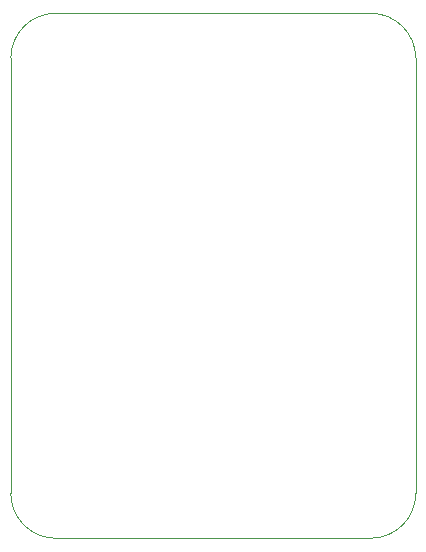
<source format=gbr>
G04 (created by PCBNEW (2013-may-18)-stable) date Tue 02 Jun 2015 08:22:16 PM CEST*
%MOIN*%
G04 Gerber Fmt 3.4, Leading zero omitted, Abs format*
%FSLAX34Y34*%
G01*
G70*
G90*
G04 APERTURE LIST*
%ADD10C,0.00590551*%
%ADD11C,0.00393701*%
G04 APERTURE END LIST*
G54D10*
G54D11*
X9250Y-27500D02*
X9250Y-13000D01*
X21250Y-29000D02*
X10750Y-29000D01*
X22750Y-13000D02*
X22750Y-27500D01*
X10750Y-11500D02*
X21250Y-11500D01*
X22750Y-13000D02*
G75*
G03X21250Y-11500I-1500J0D01*
G74*
G01*
X10750Y-11500D02*
G75*
G03X9250Y-13000I0J-1500D01*
G74*
G01*
X9250Y-27500D02*
G75*
G03X10750Y-29000I1500J0D01*
G74*
G01*
X21250Y-29000D02*
G75*
G03X22750Y-27500I0J1500D01*
G74*
G01*
M02*

</source>
